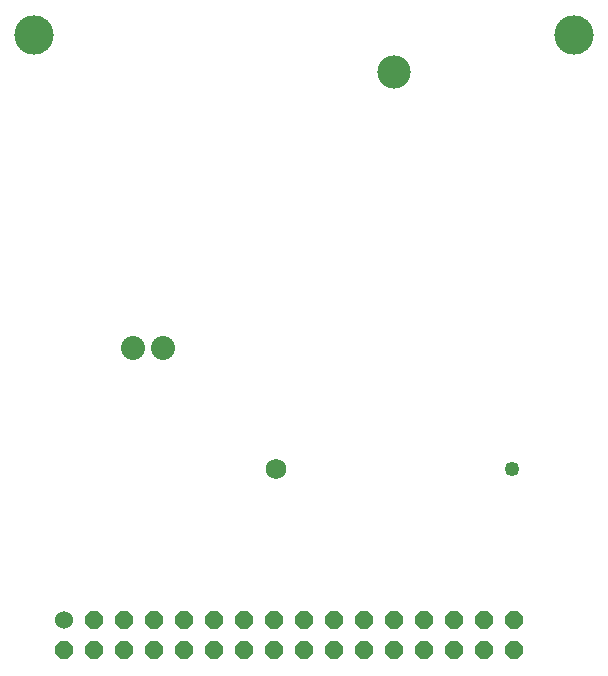
<source format=gbr>
G04 EAGLE Gerber RS-274X export*
G75*
%MOMM*%
%FSLAX34Y34*%
%LPD*%
%INSoldermask Bottom*%
%IPPOS*%
%AMOC8*
5,1,8,0,0,1.08239X$1,22.5*%
G01*
%ADD10C,3.327400*%
%ADD11C,1.524000*%
%ADD12P,1.649562X8X22.500000*%
%ADD13C,1.252400*%
%ADD14C,1.752400*%
%ADD15C,2.032000*%
%ADD16C,2.819400*%


D10*
X50800Y546100D03*
X508000Y546100D03*
D11*
X76200Y50800D03*
D12*
X76200Y25400D03*
X101600Y50800D03*
X101600Y25400D03*
X127000Y50800D03*
X127000Y25400D03*
X152400Y50800D03*
X152400Y25400D03*
X177800Y50800D03*
X177800Y25400D03*
X203200Y50800D03*
X203200Y25400D03*
X228600Y50800D03*
X228600Y25400D03*
X254000Y50800D03*
X254000Y25400D03*
X279400Y50800D03*
X279400Y25400D03*
X304800Y50800D03*
X304800Y25400D03*
X330200Y50800D03*
X330200Y25400D03*
X355600Y50800D03*
X355600Y25400D03*
X381000Y50800D03*
X381000Y25400D03*
X406400Y50800D03*
X406400Y25400D03*
X431800Y50800D03*
X431800Y25400D03*
X457200Y50800D03*
X457200Y25400D03*
D13*
X455600Y178850D03*
D14*
X255600Y178850D03*
D15*
X134620Y281178D03*
X160020Y281178D03*
D16*
X355600Y515112D03*
M02*

</source>
